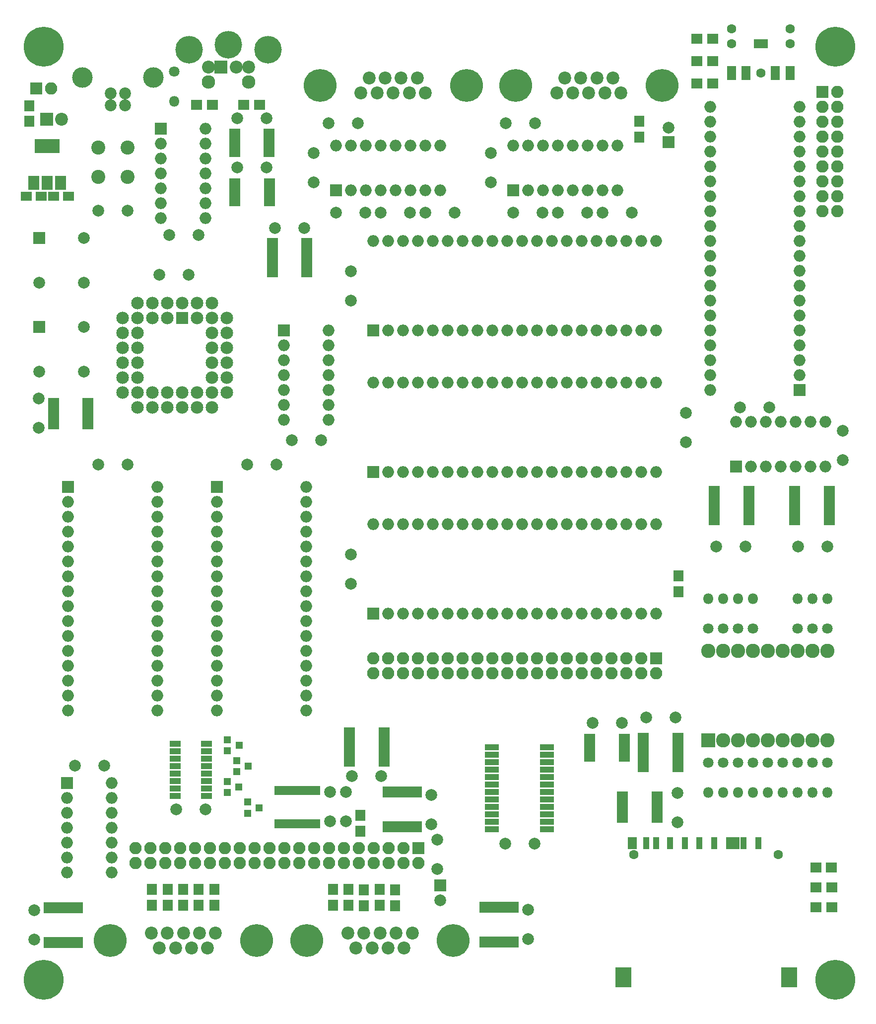
<source format=gbr>
%TF.GenerationSoftware,KiCad,Pcbnew,(5.1.0-0)*%
%TF.CreationDate,2019-04-15T22:40:15-04:00*%
%TF.ProjectId,zed-80,7a65642d-3830-42e6-9b69-6361645f7063,1*%
%TF.SameCoordinates,Original*%
%TF.FileFunction,Soldermask,Top*%
%TF.FilePolarity,Negative*%
%FSLAX46Y46*%
G04 Gerber Fmt 4.6, Leading zero omitted, Abs format (unit mm)*
G04 Created by KiCad (PCBNEW (5.1.0-0)) date 2019-04-15 22:40:15*
%MOMM*%
%LPD*%
G04 APERTURE LIST*
%ADD10R,2.400000X1.600000*%
%ADD11R,1.600000X2.400000*%
%ADD12C,1.600000*%
%ADD13C,6.800000*%
%ADD14R,2.000000X2.000000*%
%ADD15C,2.000000*%
%ADD16R,1.850000X0.850000*%
%ADD17O,2.000000X2.000000*%
%ADD18R,1.900000X0.850000*%
%ADD19R,1.900000X1.000000*%
%ADD20R,0.850000X1.850000*%
%ADD21R,0.800000X1.500000*%
%ADD22R,4.200000X2.400000*%
%ADD23R,1.900000X2.400000*%
%ADD24R,2.400000X1.000000*%
%ADD25C,2.400000*%
%ADD26R,1.900000X1.700000*%
%ADD27R,1.700000X1.900000*%
%ADD28C,1.800000*%
%ADD29O,1.800000X1.800000*%
%ADD30R,2.100000X2.100000*%
%ADD31O,2.100000X2.100000*%
%ADD32R,2.700000X3.400000*%
%ADD33R,1.600000X2.000000*%
%ADD34R,1.350000X2.000000*%
%ADD35R,1.100000X2.000000*%
%ADD36C,2.020000*%
%ADD37C,3.500000*%
%ADD38R,1.300000X1.200000*%
%ADD39R,2.200000X2.200000*%
%ADD40C,2.200000*%
%ADD41R,1.900000X1.650000*%
%ADD42R,2.432000X2.432000*%
%ADD43C,2.432000*%
%ADD44R,2.150000X2.150000*%
%ADD45C,2.150000*%
%ADD46C,5.600000*%
%ADD47C,4.700000*%
%ADD48C,2.300000*%
G04 APERTURE END LIST*
D10*
X142300000Y-19500000D03*
D11*
X137300000Y-24500000D03*
X139800000Y-24500000D03*
X147300000Y-24500000D03*
X144800000Y-24500000D03*
D12*
X137300000Y-17000000D03*
X147300000Y-17000000D03*
X137300000Y-19500000D03*
X147300000Y-19500000D03*
X142300000Y-24500000D03*
D13*
X155000000Y-20000000D03*
X155000000Y-179000000D03*
X20000000Y-179000000D03*
X20000000Y-20000000D03*
D14*
X19250000Y-67800000D03*
D15*
X26870000Y-67800000D03*
X26870000Y-75420000D03*
X19250000Y-75420000D03*
D16*
X59000000Y-53025000D03*
X59000000Y-53675000D03*
X59000000Y-54325000D03*
X59000000Y-54975000D03*
X59000000Y-55625000D03*
X59000000Y-56275000D03*
X59000000Y-56925000D03*
X59000000Y-57575000D03*
X59000000Y-58225000D03*
X59000000Y-58875000D03*
X64900000Y-58875000D03*
X64900000Y-58225000D03*
X64900000Y-57575000D03*
X64900000Y-56925000D03*
X64900000Y-56275000D03*
X64900000Y-55625000D03*
X64900000Y-54975000D03*
X64900000Y-54325000D03*
X64900000Y-53675000D03*
X64900000Y-53025000D03*
D14*
X148950000Y-78500000D03*
D17*
X133710000Y-30240000D03*
X148950000Y-75960000D03*
X133710000Y-32780000D03*
X148950000Y-73420000D03*
X133710000Y-35320000D03*
X148950000Y-70880000D03*
X133710000Y-37860000D03*
X148950000Y-68340000D03*
X133710000Y-40400000D03*
X148950000Y-65800000D03*
X133710000Y-42940000D03*
X148950000Y-63260000D03*
X133710000Y-45480000D03*
X148950000Y-60720000D03*
X133710000Y-48020000D03*
X148950000Y-58180000D03*
X133710000Y-50560000D03*
X148950000Y-55640000D03*
X133710000Y-53100000D03*
X148950000Y-53100000D03*
X133710000Y-55640000D03*
X148950000Y-50560000D03*
X133710000Y-58180000D03*
X148950000Y-48020000D03*
X133710000Y-60720000D03*
X148950000Y-45480000D03*
X133710000Y-63260000D03*
X148950000Y-42940000D03*
X133710000Y-65800000D03*
X148950000Y-40400000D03*
X133710000Y-68340000D03*
X148950000Y-37860000D03*
X133710000Y-70880000D03*
X148950000Y-35320000D03*
X133710000Y-73420000D03*
X148950000Y-32780000D03*
X133710000Y-75960000D03*
X148950000Y-30240000D03*
X133710000Y-78500000D03*
D18*
X21650000Y-80275000D03*
X21650000Y-80925000D03*
X21650000Y-81575000D03*
X21650000Y-82225000D03*
X21650000Y-82875000D03*
X21650000Y-83525000D03*
X21650000Y-84175000D03*
X21650000Y-84825000D03*
X27550000Y-84825000D03*
X27550000Y-84175000D03*
X27550000Y-83525000D03*
X27550000Y-82875000D03*
X27550000Y-82225000D03*
X27550000Y-81575000D03*
X27550000Y-80925000D03*
X27550000Y-80275000D03*
X118700000Y-147325000D03*
X118700000Y-147975000D03*
X118700000Y-148625000D03*
X118700000Y-149275000D03*
X118700000Y-149925000D03*
X118700000Y-150575000D03*
X118700000Y-151225000D03*
X118700000Y-151875000D03*
X124600000Y-151875000D03*
X124600000Y-151225000D03*
X124600000Y-150575000D03*
X124600000Y-149925000D03*
X124600000Y-149275000D03*
X124600000Y-148625000D03*
X124600000Y-147975000D03*
X124600000Y-147325000D03*
D16*
X122300000Y-137325000D03*
X122300000Y-137975000D03*
X122300000Y-138625000D03*
X122300000Y-139275000D03*
X122300000Y-139925000D03*
X122300000Y-140575000D03*
X122300000Y-141225000D03*
X122300000Y-141875000D03*
X122300000Y-142525000D03*
X122300000Y-143175000D03*
X128200000Y-143175000D03*
X128200000Y-142525000D03*
X128200000Y-141875000D03*
X128200000Y-141225000D03*
X128200000Y-140575000D03*
X128200000Y-139925000D03*
X128200000Y-139275000D03*
X128200000Y-138625000D03*
X128200000Y-137975000D03*
X128200000Y-137325000D03*
X113150000Y-137500000D03*
X113150000Y-138150000D03*
X113150000Y-138800000D03*
X113150000Y-139450000D03*
X113150000Y-140100000D03*
X113150000Y-140750000D03*
X113150000Y-141400000D03*
X119050000Y-141400000D03*
X119050000Y-140750000D03*
X119050000Y-140100000D03*
X119050000Y-139450000D03*
X119050000Y-138800000D03*
X119050000Y-138150000D03*
X119050000Y-137500000D03*
D19*
X42400000Y-138805000D03*
X42400000Y-140075000D03*
X42400000Y-141345000D03*
X42400000Y-142615000D03*
X42400000Y-143885000D03*
X42400000Y-145155000D03*
X42400000Y-146425000D03*
X42400000Y-147695000D03*
X47800000Y-147695000D03*
X47800000Y-146425000D03*
X47800000Y-145155000D03*
X47800000Y-143885000D03*
X47800000Y-142615000D03*
X47800000Y-141345000D03*
X47800000Y-140075000D03*
X47800000Y-138805000D03*
D16*
X72150000Y-136425000D03*
X72150000Y-137075000D03*
X72150000Y-137725000D03*
X72150000Y-138375000D03*
X72150000Y-139025000D03*
X72150000Y-139675000D03*
X72150000Y-140325000D03*
X72150000Y-140975000D03*
X72150000Y-141625000D03*
X72150000Y-142275000D03*
X78050000Y-142275000D03*
X78050000Y-141625000D03*
X78050000Y-140975000D03*
X78050000Y-140325000D03*
X78050000Y-139675000D03*
X78050000Y-139025000D03*
X78050000Y-138375000D03*
X78050000Y-137725000D03*
X78050000Y-137075000D03*
X78050000Y-136425000D03*
D20*
X84125000Y-147050000D03*
X83475000Y-147050000D03*
X82825000Y-147050000D03*
X82175000Y-147050000D03*
X81525000Y-147050000D03*
X80875000Y-147050000D03*
X80225000Y-147050000D03*
X79575000Y-147050000D03*
X78925000Y-147050000D03*
X78275000Y-147050000D03*
X78275000Y-152950000D03*
X78925000Y-152950000D03*
X79575000Y-152950000D03*
X80225000Y-152950000D03*
X80875000Y-152950000D03*
X81525000Y-152950000D03*
X82175000Y-152950000D03*
X82825000Y-152950000D03*
X83475000Y-152950000D03*
X84125000Y-152950000D03*
D21*
X66825000Y-146750000D03*
X66175000Y-146750000D03*
X65525000Y-146750000D03*
X64875000Y-146750000D03*
X64225000Y-146750000D03*
X63575000Y-146750000D03*
X62925000Y-146750000D03*
X62275000Y-146750000D03*
X61625000Y-146750000D03*
X60975000Y-146750000D03*
X60325000Y-146750000D03*
X59675000Y-146750000D03*
X59675000Y-152450000D03*
X60325000Y-152450000D03*
X60975000Y-152450000D03*
X61625000Y-152450000D03*
X62275000Y-152450000D03*
X62925000Y-152450000D03*
X63575000Y-152450000D03*
X64225000Y-152450000D03*
X64875000Y-152450000D03*
X65525000Y-152450000D03*
X66175000Y-152450000D03*
X66825000Y-152450000D03*
D22*
X20600000Y-36950000D03*
D23*
X20600000Y-43250000D03*
X22900000Y-43250000D03*
X18300000Y-43250000D03*
D16*
X52550000Y-34450000D03*
X52550000Y-35100000D03*
X52550000Y-35750000D03*
X52550000Y-36400000D03*
X52550000Y-37050000D03*
X52550000Y-37700000D03*
X52550000Y-38350000D03*
X58450000Y-38350000D03*
X58450000Y-37700000D03*
X58450000Y-37050000D03*
X58450000Y-36400000D03*
X58450000Y-35750000D03*
X58450000Y-35100000D03*
X58450000Y-34450000D03*
X52600000Y-42850000D03*
X52600000Y-43500000D03*
X52600000Y-44150000D03*
X52600000Y-44800000D03*
X52600000Y-45450000D03*
X52600000Y-46100000D03*
X52600000Y-46750000D03*
X58500000Y-46750000D03*
X58500000Y-46100000D03*
X58500000Y-45450000D03*
X58500000Y-44800000D03*
X58500000Y-44150000D03*
X58500000Y-43500000D03*
X58500000Y-42850000D03*
D14*
X60960000Y-68350000D03*
D17*
X68580000Y-83590000D03*
X60960000Y-70890000D03*
X68580000Y-81050000D03*
X60960000Y-73430000D03*
X68580000Y-78510000D03*
X60960000Y-75970000D03*
X68580000Y-75970000D03*
X60960000Y-78510000D03*
X68580000Y-73430000D03*
X60960000Y-81050000D03*
X68580000Y-70890000D03*
X60960000Y-83590000D03*
X68580000Y-68350000D03*
D14*
X76200000Y-92480000D03*
D17*
X124460000Y-77240000D03*
X78740000Y-92480000D03*
X121920000Y-77240000D03*
X81280000Y-92480000D03*
X119380000Y-77240000D03*
X83820000Y-92480000D03*
X116840000Y-77240000D03*
X86360000Y-92480000D03*
X114300000Y-77240000D03*
X88900000Y-92480000D03*
X111760000Y-77240000D03*
X91440000Y-92480000D03*
X109220000Y-77240000D03*
X93980000Y-92480000D03*
X106680000Y-77240000D03*
X96520000Y-92480000D03*
X104140000Y-77240000D03*
X99060000Y-92480000D03*
X101600000Y-77240000D03*
X101600000Y-92480000D03*
X99060000Y-77240000D03*
X104140000Y-92480000D03*
X96520000Y-77240000D03*
X106680000Y-92480000D03*
X93980000Y-77240000D03*
X109220000Y-92480000D03*
X91440000Y-77240000D03*
X111760000Y-92480000D03*
X88900000Y-77240000D03*
X114300000Y-92480000D03*
X86360000Y-77240000D03*
X116840000Y-92480000D03*
X83820000Y-77240000D03*
X119380000Y-92480000D03*
X81280000Y-77240000D03*
X121920000Y-92480000D03*
X78740000Y-77240000D03*
X124460000Y-92480000D03*
X76200000Y-77240000D03*
D20*
X94725000Y-172550000D03*
X95375000Y-172550000D03*
X96025000Y-172550000D03*
X96675000Y-172550000D03*
X97325000Y-172550000D03*
X97975000Y-172550000D03*
X98625000Y-172550000D03*
X99275000Y-172550000D03*
X99925000Y-172550000D03*
X100575000Y-172550000D03*
X100575000Y-166650000D03*
X99925000Y-166650000D03*
X99275000Y-166650000D03*
X98625000Y-166650000D03*
X97975000Y-166650000D03*
X97325000Y-166650000D03*
X96675000Y-166650000D03*
X96025000Y-166650000D03*
X95375000Y-166650000D03*
X94725000Y-166650000D03*
X20375000Y-172650000D03*
X21025000Y-172650000D03*
X21675000Y-172650000D03*
X22325000Y-172650000D03*
X22975000Y-172650000D03*
X23625000Y-172650000D03*
X24275000Y-172650000D03*
X24925000Y-172650000D03*
X25575000Y-172650000D03*
X26225000Y-172650000D03*
X26225000Y-166750000D03*
X25575000Y-166750000D03*
X24925000Y-166750000D03*
X24275000Y-166750000D03*
X23625000Y-166750000D03*
X22975000Y-166750000D03*
X22325000Y-166750000D03*
X21675000Y-166750000D03*
X21025000Y-166750000D03*
X20375000Y-166750000D03*
D14*
X100088800Y-44474000D03*
D17*
X117868800Y-36854000D03*
X102628800Y-44474000D03*
X115328800Y-36854000D03*
X105168800Y-44474000D03*
X112788800Y-36854000D03*
X107708800Y-44474000D03*
X110248800Y-36854000D03*
X110248800Y-44474000D03*
X107708800Y-36854000D03*
X112788800Y-44474000D03*
X105168800Y-36854000D03*
X115328800Y-44474000D03*
X102628800Y-36854000D03*
X117868800Y-44474000D03*
X100088800Y-36854000D03*
D14*
X69850000Y-44474000D03*
D17*
X87630000Y-36854000D03*
X72390000Y-44474000D03*
X85090000Y-36854000D03*
X74930000Y-44474000D03*
X82550000Y-36854000D03*
X77470000Y-44474000D03*
X80010000Y-36854000D03*
X80010000Y-44474000D03*
X77470000Y-36854000D03*
X82550000Y-44474000D03*
X74930000Y-36854000D03*
X85090000Y-44474000D03*
X72390000Y-36854000D03*
X87630000Y-44474000D03*
X69850000Y-36854000D03*
D14*
X76200000Y-68350000D03*
D17*
X124460000Y-53110000D03*
X78740000Y-68350000D03*
X121920000Y-53110000D03*
X81280000Y-68350000D03*
X119380000Y-53110000D03*
X83820000Y-68350000D03*
X116840000Y-53110000D03*
X86360000Y-68350000D03*
X114300000Y-53110000D03*
X88900000Y-68350000D03*
X111760000Y-53110000D03*
X91440000Y-68350000D03*
X109220000Y-53110000D03*
X93980000Y-68350000D03*
X106680000Y-53110000D03*
X96520000Y-68350000D03*
X104140000Y-53110000D03*
X99060000Y-68350000D03*
X101600000Y-53110000D03*
X101600000Y-68350000D03*
X99060000Y-53110000D03*
X104140000Y-68350000D03*
X96520000Y-53110000D03*
X106680000Y-68350000D03*
X93980000Y-53110000D03*
X109220000Y-68350000D03*
X91440000Y-53110000D03*
X111760000Y-68350000D03*
X88900000Y-53110000D03*
X114300000Y-68350000D03*
X86360000Y-53110000D03*
X116840000Y-68350000D03*
X83820000Y-53110000D03*
X119380000Y-68350000D03*
X81280000Y-53110000D03*
X121920000Y-68350000D03*
X78740000Y-53110000D03*
X124460000Y-68350000D03*
X76200000Y-53110000D03*
D14*
X138100000Y-91600000D03*
D17*
X153340000Y-83980000D03*
X140640000Y-91600000D03*
X150800000Y-83980000D03*
X143180000Y-91600000D03*
X148260000Y-83980000D03*
X145720000Y-91600000D03*
X145720000Y-83980000D03*
X148260000Y-91600000D03*
X143180000Y-83980000D03*
X150800000Y-91600000D03*
X140640000Y-83980000D03*
X153340000Y-91600000D03*
X138100000Y-83980000D03*
D16*
X148100000Y-95275000D03*
X148100000Y-95925000D03*
X148100000Y-96575000D03*
X148100000Y-97225000D03*
X148100000Y-97875000D03*
X148100000Y-98525000D03*
X148100000Y-99175000D03*
X148100000Y-99825000D03*
X148100000Y-100475000D03*
X148100000Y-101125000D03*
X154000000Y-101125000D03*
X154000000Y-100475000D03*
X154000000Y-99825000D03*
X154000000Y-99175000D03*
X154000000Y-98525000D03*
X154000000Y-97875000D03*
X154000000Y-97225000D03*
X154000000Y-96575000D03*
X154000000Y-95925000D03*
X154000000Y-95275000D03*
X134400000Y-95275000D03*
X134400000Y-95925000D03*
X134400000Y-96575000D03*
X134400000Y-97225000D03*
X134400000Y-97875000D03*
X134400000Y-98525000D03*
X134400000Y-99175000D03*
X134400000Y-99825000D03*
X134400000Y-100475000D03*
X134400000Y-101125000D03*
X140300000Y-101125000D03*
X140300000Y-100475000D03*
X140300000Y-99825000D03*
X140300000Y-99175000D03*
X140300000Y-98525000D03*
X140300000Y-97875000D03*
X140300000Y-97225000D03*
X140300000Y-96575000D03*
X140300000Y-95925000D03*
X140300000Y-95275000D03*
D24*
X96450000Y-139365000D03*
X96450000Y-140635000D03*
X96450000Y-141905000D03*
X96450000Y-143175000D03*
X96450000Y-144445000D03*
X96450000Y-145715000D03*
X96450000Y-146985000D03*
X96450000Y-148255000D03*
X96450000Y-149525000D03*
X96450000Y-150795000D03*
X96450000Y-152065000D03*
X96450000Y-153335000D03*
X105850000Y-153335000D03*
X105850000Y-152065000D03*
X105850000Y-150795000D03*
X105850000Y-149525000D03*
X105850000Y-148255000D03*
X105850000Y-146985000D03*
X105850000Y-145715000D03*
X105850000Y-144445000D03*
X105850000Y-143175000D03*
X105850000Y-141905000D03*
X105850000Y-140635000D03*
X105850000Y-139365000D03*
D14*
X49530000Y-95020000D03*
D17*
X64770000Y-133120000D03*
X49530000Y-97560000D03*
X64770000Y-130580000D03*
X49530000Y-100100000D03*
X64770000Y-128040000D03*
X49530000Y-102640000D03*
X64770000Y-125500000D03*
X49530000Y-105180000D03*
X64770000Y-122960000D03*
X49530000Y-107720000D03*
X64770000Y-120420000D03*
X49530000Y-110260000D03*
X64770000Y-117880000D03*
X49530000Y-112800000D03*
X64770000Y-115340000D03*
X49530000Y-115340000D03*
X64770000Y-112800000D03*
X49530000Y-117880000D03*
X64770000Y-110260000D03*
X49530000Y-120420000D03*
X64770000Y-107720000D03*
X49530000Y-122960000D03*
X64770000Y-105180000D03*
X49530000Y-125500000D03*
X64770000Y-102640000D03*
X49530000Y-128040000D03*
X64770000Y-100100000D03*
X49530000Y-130580000D03*
X64770000Y-97560000D03*
X49530000Y-133120000D03*
X64770000Y-95020000D03*
D14*
X24000000Y-145450000D03*
D17*
X31620000Y-160690000D03*
X24000000Y-147990000D03*
X31620000Y-158150000D03*
X24000000Y-150530000D03*
X31620000Y-155610000D03*
X24000000Y-153070000D03*
X31620000Y-153070000D03*
X24000000Y-155610000D03*
X31620000Y-150530000D03*
X24000000Y-158150000D03*
X31620000Y-147990000D03*
X24000000Y-160690000D03*
X31620000Y-145450000D03*
D14*
X24130000Y-95020000D03*
D17*
X39370000Y-133120000D03*
X24130000Y-97560000D03*
X39370000Y-130580000D03*
X24130000Y-100100000D03*
X39370000Y-128040000D03*
X24130000Y-102640000D03*
X39370000Y-125500000D03*
X24130000Y-105180000D03*
X39370000Y-122960000D03*
X24130000Y-107720000D03*
X39370000Y-120420000D03*
X24130000Y-110260000D03*
X39370000Y-117880000D03*
X24130000Y-112800000D03*
X39370000Y-115340000D03*
X24130000Y-115340000D03*
X39370000Y-112800000D03*
X24130000Y-117880000D03*
X39370000Y-110260000D03*
X24130000Y-120420000D03*
X39370000Y-107720000D03*
X24130000Y-122960000D03*
X39370000Y-105180000D03*
X24130000Y-125500000D03*
X39370000Y-102640000D03*
X24130000Y-128040000D03*
X39370000Y-100100000D03*
X24130000Y-130580000D03*
X39370000Y-97560000D03*
X24130000Y-133120000D03*
X39370000Y-95020000D03*
D14*
X39950000Y-33950000D03*
D17*
X47570000Y-49190000D03*
X39950000Y-36490000D03*
X47570000Y-46650000D03*
X39950000Y-39030000D03*
X47570000Y-44110000D03*
X39950000Y-41570000D03*
X47570000Y-41570000D03*
X39950000Y-44110000D03*
X47570000Y-39030000D03*
X39950000Y-46650000D03*
X47570000Y-36490000D03*
X39950000Y-49190000D03*
X47570000Y-33950000D03*
D14*
X76200000Y-116610000D03*
D17*
X124460000Y-101370000D03*
X78740000Y-116610000D03*
X121920000Y-101370000D03*
X81280000Y-116610000D03*
X119380000Y-101370000D03*
X83820000Y-116610000D03*
X116840000Y-101370000D03*
X86360000Y-116610000D03*
X114300000Y-101370000D03*
X88900000Y-116610000D03*
X111760000Y-101370000D03*
X91440000Y-116610000D03*
X109220000Y-101370000D03*
X93980000Y-116610000D03*
X106680000Y-101370000D03*
X96520000Y-116610000D03*
X104140000Y-101370000D03*
X99060000Y-116610000D03*
X101600000Y-101370000D03*
X101600000Y-116610000D03*
X99060000Y-101370000D03*
X104140000Y-116610000D03*
X96520000Y-101370000D03*
X106680000Y-116610000D03*
X93980000Y-101370000D03*
X109220000Y-116610000D03*
X91440000Y-101370000D03*
X111760000Y-116610000D03*
X88900000Y-101370000D03*
X114300000Y-116610000D03*
X86360000Y-101370000D03*
X116840000Y-116610000D03*
X83820000Y-101370000D03*
X119380000Y-116610000D03*
X81280000Y-101370000D03*
X121920000Y-116610000D03*
X78740000Y-101370000D03*
X124460000Y-116610000D03*
X76200000Y-101370000D03*
D25*
X29300000Y-37200000D03*
X34300000Y-37200000D03*
X29300000Y-42200000D03*
X34300000Y-42200000D03*
D26*
X131400000Y-18700000D03*
X134100000Y-18700000D03*
X131400000Y-22450000D03*
X134100000Y-22450000D03*
X131400000Y-26300000D03*
X134100000Y-26300000D03*
D27*
X121600000Y-35450000D03*
X121600000Y-32750000D03*
D26*
X154400000Y-159850000D03*
X151700000Y-159850000D03*
X154450000Y-166700000D03*
X151750000Y-166700000D03*
X151750000Y-163250000D03*
X154450000Y-163250000D03*
D27*
X74000000Y-153700000D03*
X74000000Y-151000000D03*
D26*
X56850000Y-29900000D03*
X54150000Y-29900000D03*
X46050000Y-29900000D03*
X48750000Y-29900000D03*
D27*
X128270000Y-112880000D03*
X128270000Y-110180000D03*
X17550000Y-32750000D03*
X17550000Y-30050000D03*
X69350000Y-163650000D03*
X69350000Y-166350000D03*
X46450000Y-163650000D03*
X46450000Y-166350000D03*
X79913200Y-163664760D03*
X79913200Y-166364760D03*
X49100000Y-163650000D03*
X49100000Y-166350000D03*
X77271600Y-163642000D03*
X77271600Y-166342000D03*
X43764400Y-163635664D03*
X43764400Y-166335664D03*
X74630000Y-163664760D03*
X74630000Y-166364760D03*
X41122800Y-163631200D03*
X41122800Y-166331200D03*
X71988400Y-163642000D03*
X71988400Y-166342000D03*
X38481200Y-163631200D03*
X38481200Y-166331200D03*
D28*
X42300000Y-24250000D03*
D29*
X42300000Y-29330000D03*
D30*
X152850000Y-27750000D03*
D31*
X155390000Y-27750000D03*
X152850000Y-30290000D03*
X155390000Y-30290000D03*
X152850000Y-32830000D03*
X155390000Y-32830000D03*
X152850000Y-35370000D03*
X155390000Y-35370000D03*
X152850000Y-37910000D03*
X155390000Y-37910000D03*
X152850000Y-40450000D03*
X155390000Y-40450000D03*
X152850000Y-42990000D03*
X155390000Y-42990000D03*
X152850000Y-45530000D03*
X155390000Y-45530000D03*
X152850000Y-48070000D03*
X155390000Y-48070000D03*
D32*
X147150000Y-178600000D03*
X118850000Y-178600000D03*
D33*
X120445000Y-155700000D03*
D34*
X138000000Y-155700000D03*
D35*
X139375000Y-155700000D03*
X136875000Y-155700000D03*
X134375000Y-155700000D03*
X131875000Y-155700000D03*
X129375000Y-155700000D03*
X126875000Y-155700000D03*
X124450000Y-155700000D03*
X122750000Y-155700000D03*
X141875000Y-155700000D03*
D12*
X145300000Y-157700000D03*
X120700000Y-157700000D03*
D30*
X18750000Y-27150000D03*
D31*
X21290000Y-27150000D03*
D36*
X33900000Y-30000000D03*
X31400000Y-30000000D03*
X31400000Y-28000000D03*
X33900000Y-28000000D03*
D37*
X38670000Y-25290000D03*
X26630000Y-25290000D03*
D30*
X83950000Y-156600000D03*
D31*
X83950000Y-159140000D03*
X81410000Y-156600000D03*
X81410000Y-159140000D03*
X78870000Y-156600000D03*
X78870000Y-159140000D03*
X76330000Y-156600000D03*
X76330000Y-159140000D03*
X73790000Y-156600000D03*
X73790000Y-159140000D03*
X71250000Y-156600000D03*
X71250000Y-159140000D03*
X68710000Y-156600000D03*
X68710000Y-159140000D03*
X66170000Y-156600000D03*
X66170000Y-159140000D03*
X63630000Y-156600000D03*
X63630000Y-159140000D03*
X61090000Y-156600000D03*
X61090000Y-159140000D03*
X58550000Y-156600000D03*
X58550000Y-159140000D03*
X56010000Y-156600000D03*
X56010000Y-159140000D03*
X53470000Y-156600000D03*
X53470000Y-159140000D03*
X50930000Y-156600000D03*
X50930000Y-159140000D03*
X48390000Y-156600000D03*
X48390000Y-159140000D03*
X45850000Y-156600000D03*
X45850000Y-159140000D03*
X43310000Y-156600000D03*
X43310000Y-159140000D03*
X40770000Y-156600000D03*
X40770000Y-159140000D03*
X38230000Y-156600000D03*
X38230000Y-159140000D03*
X35690000Y-156600000D03*
X35690000Y-159140000D03*
D38*
X51350000Y-138100000D03*
X51350000Y-140000000D03*
X53350000Y-139050000D03*
X52900000Y-141650000D03*
X52900000Y-143550000D03*
X54900000Y-142600000D03*
X51300000Y-145200000D03*
X51300000Y-147100000D03*
X53300000Y-146150000D03*
X54750000Y-148750000D03*
X54750000Y-150650000D03*
X56750000Y-149700000D03*
D39*
X20500000Y-32350000D03*
D40*
X23040000Y-32350000D03*
D41*
X17050000Y-45500000D03*
X19550000Y-45500000D03*
D14*
X126550000Y-36300000D03*
D15*
X126550000Y-33800000D03*
X64450000Y-50950000D03*
X59450000Y-50950000D03*
X138800000Y-81500000D03*
X143800000Y-81500000D03*
X19150000Y-79950000D03*
X19150000Y-84950000D03*
X127750000Y-134350000D03*
X122750000Y-134350000D03*
X118600000Y-135250000D03*
X113600000Y-135250000D03*
X77600000Y-144300000D03*
X72600000Y-144300000D03*
X47600000Y-149950000D03*
X42600000Y-149950000D03*
X128100000Y-147200000D03*
X128100000Y-152200000D03*
X86150000Y-152500000D03*
X86150000Y-147500000D03*
D14*
X87600000Y-162950000D03*
D15*
X87600000Y-165450000D03*
X87150000Y-160150000D03*
X87150000Y-155150000D03*
X71550000Y-152050000D03*
X71550000Y-147050000D03*
X68850000Y-147050000D03*
X68850000Y-152050000D03*
D41*
X24200000Y-45500000D03*
X21700000Y-45500000D03*
D15*
X34300000Y-47950000D03*
X29300000Y-47950000D03*
D42*
X133350000Y-138200000D03*
D43*
X135890000Y-138200000D03*
X138430000Y-138200000D03*
X140970000Y-138200000D03*
X140970000Y-122960000D03*
X138430000Y-122960000D03*
X135890000Y-122960000D03*
X133350000Y-122960000D03*
X143510000Y-138200000D03*
X146050000Y-138200000D03*
X148590000Y-138200000D03*
X151130000Y-138200000D03*
X143510000Y-122960000D03*
X146050000Y-122960000D03*
X148590000Y-122960000D03*
X151130000Y-122960000D03*
X153670000Y-138200000D03*
X153670000Y-122960000D03*
D15*
X72390000Y-111530000D03*
X72390000Y-106530000D03*
X46450000Y-52100000D03*
X41450000Y-52100000D03*
X34290000Y-91210000D03*
X29290000Y-91210000D03*
X30350000Y-142500000D03*
X25350000Y-142500000D03*
X59690000Y-91210000D03*
X54690000Y-91210000D03*
X103750000Y-155800000D03*
X98750000Y-155800000D03*
X18350000Y-167150000D03*
X18350000Y-172150000D03*
X102600000Y-167100000D03*
X102600000Y-172100000D03*
X139700000Y-105180000D03*
X134700000Y-105180000D03*
X153670000Y-105180000D03*
X148670000Y-105180000D03*
X69850000Y-48284000D03*
X74850000Y-48284000D03*
X100088800Y-48284000D03*
X105088800Y-48284000D03*
X77470000Y-48284000D03*
X82470000Y-48284000D03*
X107708800Y-48284000D03*
X112708800Y-48284000D03*
X66040000Y-38124000D03*
X66040000Y-43124000D03*
X85090000Y-48284000D03*
X90090000Y-48284000D03*
X96278800Y-38124000D03*
X96278800Y-43124000D03*
X115328800Y-48284000D03*
X120328800Y-48284000D03*
X156300000Y-85500000D03*
X156300000Y-90500000D03*
X72390000Y-63270000D03*
X72390000Y-58270000D03*
X68580000Y-33044000D03*
X73580000Y-33044000D03*
X98818800Y-33044000D03*
X103818800Y-33044000D03*
X129540000Y-82400000D03*
X129540000Y-87400000D03*
X67310000Y-87095200D03*
X62310000Y-87095200D03*
X44750000Y-58900000D03*
X39750000Y-58900000D03*
X58000000Y-40600000D03*
X53000000Y-40600000D03*
X58000000Y-32200000D03*
X53000000Y-32200000D03*
D30*
X124460000Y-124230000D03*
D31*
X124460000Y-126770000D03*
X121920000Y-124230000D03*
X121920000Y-126770000D03*
X119380000Y-124230000D03*
X119380000Y-126770000D03*
X116840000Y-124230000D03*
X116840000Y-126770000D03*
X114300000Y-124230000D03*
X114300000Y-126770000D03*
X111760000Y-124230000D03*
X111760000Y-126770000D03*
X109220000Y-124230000D03*
X109220000Y-126770000D03*
X106680000Y-124230000D03*
X106680000Y-126770000D03*
X104140000Y-124230000D03*
X104140000Y-126770000D03*
X101600000Y-124230000D03*
X101600000Y-126770000D03*
X99060000Y-124230000D03*
X99060000Y-126770000D03*
X96520000Y-124230000D03*
X96520000Y-126770000D03*
X93980000Y-124230000D03*
X93980000Y-126770000D03*
X91440000Y-124230000D03*
X91440000Y-126770000D03*
X88900000Y-124230000D03*
X88900000Y-126770000D03*
X86360000Y-124230000D03*
X86360000Y-126770000D03*
X83820000Y-124230000D03*
X83820000Y-126770000D03*
X81280000Y-124230000D03*
X81280000Y-126770000D03*
X78740000Y-124230000D03*
X78740000Y-126770000D03*
X76200000Y-124230000D03*
X76200000Y-126770000D03*
D28*
X138430000Y-119150000D03*
D29*
X138430000Y-114070000D03*
D28*
X140970000Y-119150000D03*
D29*
X140970000Y-114070000D03*
D28*
X138430000Y-142010000D03*
D29*
X138430000Y-147090000D03*
D28*
X135890000Y-142010000D03*
D29*
X135890000Y-147090000D03*
D28*
X133350000Y-142010000D03*
D29*
X133350000Y-147090000D03*
D28*
X133350000Y-119150000D03*
D29*
X133350000Y-114070000D03*
D28*
X135890000Y-119150000D03*
D29*
X135890000Y-114070000D03*
D28*
X140970000Y-142010000D03*
D29*
X140970000Y-147090000D03*
D28*
X151130000Y-119150000D03*
D29*
X151130000Y-114070000D03*
D28*
X153670000Y-119150000D03*
D29*
X153670000Y-114070000D03*
D28*
X151130000Y-142010000D03*
D29*
X151130000Y-147090000D03*
D28*
X146050000Y-142010000D03*
D29*
X146050000Y-147090000D03*
D28*
X143510000Y-142010000D03*
D29*
X143510000Y-147090000D03*
D28*
X148590000Y-119150000D03*
D29*
X148590000Y-114070000D03*
D28*
X148590000Y-142010000D03*
D29*
X148590000Y-147090000D03*
D28*
X153670000Y-142010000D03*
D29*
X153670000Y-147090000D03*
D44*
X43650000Y-66250000D03*
D45*
X41110000Y-66250000D03*
X38570000Y-66250000D03*
X46190000Y-66250000D03*
X48730000Y-66250000D03*
X41110000Y-63710000D03*
X38570000Y-63710000D03*
X36030000Y-63710000D03*
X43650000Y-63710000D03*
X46190000Y-63710000D03*
X36030000Y-66250000D03*
X36030000Y-68790000D03*
X36030000Y-71330000D03*
X36030000Y-73870000D03*
X36030000Y-76410000D03*
X33490000Y-66250000D03*
X33490000Y-68790000D03*
X33490000Y-71330000D03*
X33490000Y-73870000D03*
X33490000Y-76410000D03*
X33490000Y-78950000D03*
X36030000Y-78950000D03*
X38570000Y-78950000D03*
X41110000Y-78950000D03*
X43650000Y-78950000D03*
X46190000Y-78950000D03*
X48730000Y-78950000D03*
X36030000Y-81490000D03*
X38570000Y-81490000D03*
X41110000Y-81490000D03*
X43650000Y-81490000D03*
X46190000Y-81490000D03*
X48730000Y-81490000D03*
X48730000Y-76410000D03*
X48730000Y-73870000D03*
X48730000Y-71330000D03*
X48730000Y-68790000D03*
X48730000Y-63710000D03*
X51270000Y-78950000D03*
X51270000Y-76410000D03*
X51270000Y-73870000D03*
X51270000Y-71330000D03*
X51270000Y-68790000D03*
X51270000Y-66250000D03*
D14*
X19250000Y-52600000D03*
D15*
X26870000Y-52600000D03*
X26870000Y-60220000D03*
X19250000Y-60220000D03*
D46*
X67115000Y-26592400D03*
D40*
X75500000Y-25322400D03*
X78240000Y-25322400D03*
X80980000Y-25322400D03*
X83720000Y-25322400D03*
X74130000Y-27862400D03*
X76870000Y-27862400D03*
X79610000Y-27862400D03*
X82350000Y-27862400D03*
X85090000Y-27862400D03*
D46*
X92105000Y-26592400D03*
X100498600Y-26592400D03*
D40*
X108883600Y-25322400D03*
X111623600Y-25322400D03*
X114363600Y-25322400D03*
X117103600Y-25322400D03*
X107513600Y-27862400D03*
X110253600Y-27862400D03*
X112993600Y-27862400D03*
X115733600Y-27862400D03*
X118473600Y-27862400D03*
D46*
X125488600Y-26592400D03*
X89875000Y-172370000D03*
D40*
X81490000Y-173640000D03*
X78750000Y-173640000D03*
X76010000Y-173640000D03*
X73270000Y-173640000D03*
X82860000Y-171100000D03*
X80120000Y-171100000D03*
X77380000Y-171100000D03*
X74640000Y-171100000D03*
X71900000Y-171100000D03*
D46*
X64885000Y-172370000D03*
X56340200Y-172370000D03*
D40*
X47955200Y-173640000D03*
X45215200Y-173640000D03*
X42475200Y-173640000D03*
X39735200Y-173640000D03*
X49325200Y-171100000D03*
X46585200Y-171100000D03*
X43845200Y-171100000D03*
X41105200Y-171100000D03*
X38365200Y-171100000D03*
D46*
X31350200Y-172370000D03*
D47*
X44780000Y-20512400D03*
X58280000Y-20512400D03*
D39*
X50230000Y-23512400D03*
D40*
X52830000Y-23512400D03*
X48130000Y-23512400D03*
X54930000Y-23512400D03*
D48*
X54930000Y-26012400D03*
X48130000Y-26012400D03*
D47*
X51530000Y-19712400D03*
M02*

</source>
